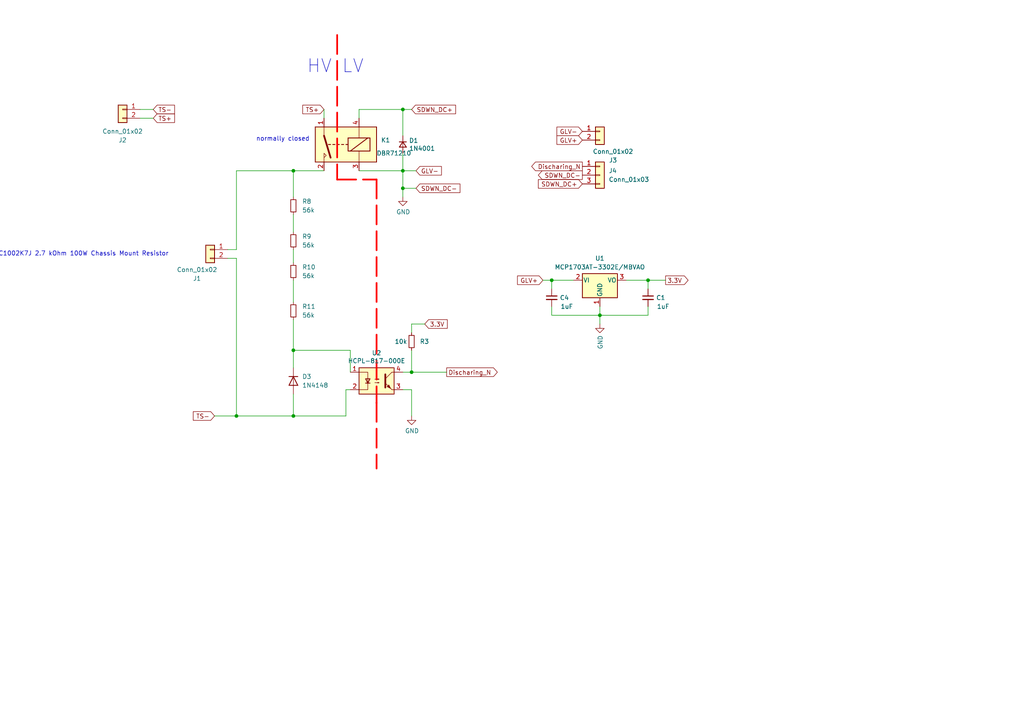
<source format=kicad_sch>
(kicad_sch (version 20250114) (generator "eeschema") (generator_version "9.0")
  (paper "A4")
  (title_block (title "Discharge Circuit") (date "2024-10-20") (rev "v08.1") (company "UCD Formula Student") (comment 1 "Authors: Nebojša Cvetković, Darren Garrett") (comment 2 "Ammended by: Kieran Mcilreavy") (comment 3 "Amended by: Rebecca McDonald"))
  (lib_symbols
    (symbol "Connector_Generic:Conn_01x02" (pin_names (offset 1.016) (hide yes))
      (property "Reference" "J" (at 0 2.54 0))
      (property "Value" "Conn_01x02" (at 0 -5.08 0))
      (symbol "Conn_01x02_1_1"
        (rectangle (start -1.27 1.27) (end 1.27 -3.81) (stroke (width 0.254)) (fill (type background)))
        (rectangle (start -1.27 0.127) (end 0 -0.127) (stroke (width 0.1524)))
        (rectangle (start -1.27 -2.413) (end 0 -2.667) (stroke (width 0.1524)))
        (pin passive line (at -5.08 0 0) (length 3.81) (name "Pin_1") (number "1"))
        (pin passive line (at -5.08 -2.54 0) (length 3.81) (name "Pin_2") (number "2"))
      )
    )
    (symbol "Connector_Generic:Conn_01x03" (pin_names (offset 1.016) (hide yes))
      (property "Reference" "J" (at 0 5.08 0))
      (property "Value" "Conn_01x03" (at 0 -5.08 0))
      (symbol "Conn_01x03_1_1"
        (rectangle (start -1.27 3.81) (end 1.27 -3.81) (stroke (width 0.254)) (fill (type background)))
        (rectangle (start -1.27 2.667) (end 0 2.413) (stroke (width 0.1524)))
        (rectangle (start -1.27 0.127) (end 0 -0.127) (stroke (width 0.1524)))
        (rectangle (start -1.27 -2.413) (end 0 -2.667) (stroke (width 0.1524)))
        (pin passive line (at -5.08 2.54 0) (length 3.81) (name "Pin_1") (number "1"))
        (pin passive line (at -5.08 0 0) (length 3.81) (name "Pin_2") (number "2"))
        (pin passive line (at -5.08 -2.54 0) (length 3.81) (name "Pin_3") (number "3"))
      )
    )
    (symbol "Device:D_Small" (pin_numbers (hide yes)) (pin_names (offset 0.254) (hide yes))
      (property "Reference" "D" (at -1.27 2.032 0))
      (property "Value" "D_Small" (at -3.81 -2.032 0))
      (symbol "D_Small_0_1"
        (polyline (pts (xy -0.762 0) (xy 0.762 0)))
        (polyline (pts (xy -0.762 -1.016) (xy -0.762 1.016)) (stroke (width 0.254)))
        (polyline (pts (xy 0.762 -1.016) (xy -0.762 0) (xy 0.762 1.016) (xy 0.762 -1.016)) (stroke (width 0.254)))
      )
      (symbol "D_Small_1_1"
        (pin passive line (at -2.54 0 0) (length 1.778) (name "K") (number "1"))
        (pin passive line (at 2.54 0 180) (length 1.778) (name "A") (number "2"))
      )
    )
    (symbol "Device:R_Small" (pin_numbers (hide yes)) (pin_names (offset 0.254) (hide yes))
      (property "Reference" "R" (at 0.762 0.508 0))
      (property "Value" "R_Small" (at 0.762 -1.016 0))
      (symbol "R_Small_0_1"
        (rectangle (start -0.762 1.778) (end 0.762 -1.778) (stroke (width 0.2032)))
      )
      (symbol "R_Small_1_1"
        (pin passive line (at 0 2.54 270) (length 0.762) (name "~") (number "1"))
        (pin passive line (at 0 -2.54 90) (length 0.762) (name "~") (number "2"))
      )
    )
    (symbol "Diode:1N4148" (pin_numbers (hide yes)) (pin_names (hide yes))
      (property "Reference" "D" (at 0 2.54 0))
      (property "Value" "1N4148" (at 0 -2.54 0))
      (symbol "1N4148_0_1"
        (polyline (pts (xy -1.27 1.27) (xy -1.27 -1.27)) (stroke (width 0.254)))
        (polyline (pts (xy 1.27 1.27) (xy 1.27 -1.27) (xy -1.27 0) (xy 1.27 1.27)) (stroke (width 0.254)))
        (polyline (pts (xy 1.27 0) (xy -1.27 0)))
      )
      (symbol "1N4148_1_1"
        (pin passive line (at -3.81 0 0) (length 2.54) (name "K") (number "1"))
        (pin passive line (at 3.81 0 180) (length 2.54) (name "A") (number "2"))
      )
    )
    (symbol "Isolator:LTV-817" (pin_names (offset 1.016))
      (property "Reference" "U" (at -5.08 5.08 0))
      (property "Value" "LTV-817" (at 0 5.08 0))
      (symbol "LTV-817_0_1"
        (rectangle (start -5.08 3.81) (end 5.08 -3.81) (stroke (width 0.254)) (fill (type background)))
        (polyline (pts (xy -5.08 2.54) (xy -2.54 2.54) (xy -2.54 -0.762)))
        (polyline (pts (xy -3.175 -0.635) (xy -1.905 -0.635)) (stroke (width 0.254)))
        (polyline (pts (xy -2.54 -0.635) (xy -2.54 -2.54) (xy -5.08 -2.54)))
        (polyline (pts (xy -2.54 -0.635) (xy -3.175 0.635) (xy -1.905 0.635) (xy -2.54 -0.635)) (stroke (width 0.254)))
        (polyline (pts (xy -0.508 0.508) (xy 0.762 0.508) (xy 0.381 0.381) (xy 0.381 0.635) (xy 0.762 0.508)))
        (polyline (pts (xy -0.508 -0.508) (xy 0.762 -0.508) (xy 0.381 -0.635) (xy 0.381 -0.381) (xy 0.762 -0.508)))
        (polyline (pts (xy 2.54 1.905) (xy 2.54 -1.905) (xy 2.54 -1.905)) (stroke (width 0.508)))
        (polyline (pts (xy 2.54 0.635) (xy 4.445 2.54)))
        (polyline (pts (xy 3.048 -1.651) (xy 3.556 -1.143) (xy 4.064 -2.159) (xy 3.048 -1.651) (xy 3.048 -1.651)) (fill (type outline)))
        (polyline (pts (xy 4.445 2.54) (xy 5.08 2.54)))
        (polyline (pts (xy 4.445 -2.54) (xy 2.54 -0.635)) (fill (type outline)))
        (polyline (pts (xy 4.445 -2.54) (xy 5.08 -2.54)))
      )
      (symbol "LTV-817_1_1"
        (pin passive line (at -7.62 2.54 0) (length 2.54) (name "~") (number "1"))
        (pin passive line (at -7.62 -2.54 0) (length 2.54) (name "~") (number "2"))
        (pin passive line (at 7.62 2.54 180) (length 2.54) (name "~") (number "4"))
        (pin passive line (at 7.62 -2.54 180) (length 2.54) (name "~") (number "3"))
      )
    )
    (symbol "Regulator_Linear:MCP1703Ax-300xxMB" (pin_names (offset 0.254))
      (property "Reference" "U" (at -3.81 3.175 0))
      (property "Value" "MCP1703Ax-300xxMB" (at 0 3.175 0))
      (symbol "MCP1703Ax-300xxMB_0_1"
        (rectangle (start -5.08 -5.08) (end 5.08 1.905) (stroke (width 0.254)) (fill (type background)))
      )
      (symbol "MCP1703Ax-300xxMB_1_1"
        (pin power_in line (at -7.62 0 0) (length 2.54) (name "VI") (number "2"))
        (pin power_in line (at 0 -7.62 90) (length 2.54) (name "GND") (number "1"))
        (pin power_out line (at 7.62 0 180) (length 2.54) (name "VO") (number "3"))
      )
    )
    (symbol "myparts:DBR71210"
      (property "Reference" "K" (at 8.89 3.81 0))
      (property "Value" "DBR71210" (at 8.89 1.27 0))
      (symbol "DBR71210_0_0"
        (polyline (pts (xy 5.08 5.08) (xy 5.08 2.54) (xy 4.445 3.175) (xy 5.08 3.81)))
      )
      (symbol "DBR71210_0_1"
        (rectangle (start -10.16 5.08) (end 7.62 -5.08) (stroke (width 0.254)) (fill (type background)))
        (rectangle (start -8.255 1.905) (end -1.905 -1.905) (stroke (width 0.254)))
        (polyline (pts (xy -7.62 -1.905) (xy -2.54 1.905)) (stroke (width 0.254)))
        (polyline (pts (xy -5.08 5.08) (xy -5.08 1.905)))
        (polyline (pts (xy -5.08 -5.08) (xy -5.08 -1.905)))
        (polyline (pts (xy -1.905 0) (xy -1.27 0)) (stroke (width 0.254)))
        (polyline (pts (xy -0.635 0) (xy 0 0)) (stroke (width 0.254)))
        (polyline (pts (xy 0.635 0) (xy 1.27 0)) (stroke (width 0.254)))
        (polyline (pts (xy 1.905 0) (xy 2.54 0)) (stroke (width 0.254)))
        (polyline (pts (xy 3.175 0) (xy 3.81 0)) (stroke (width 0.254)))
        (polyline (pts (xy 5.08 -2.54) (xy 3.175 3.81)) (stroke (width 0.508)))
        (polyline (pts (xy 5.08 -2.54) (xy 5.08 -5.08)))
      )
      (symbol "DBR71210_1_1"
        (pin passive line (at -5.08 7.62 270) (length 2.54) (name "~") (number "3"))
        (pin passive line (at -5.08 -7.62 90) (length 2.54) (name "~") (number "4"))
        (pin passive line (at 5.08 7.62 270) (length 2.54) (name "~") (number "2"))
        (pin passive line (at 5.08 -7.62 90) (length 2.54) (name "~") (number "1"))
      )
    )
    (symbol "power:GND" (power) (pin_names (offset 0))
      (property "Value" "GND" (at 0 -3.81 0))
      (symbol "GND_0_1"
        (polyline (pts (xy 0 0) (xy 0 -1.27) (xy 1.27 -1.27) (xy 0 -2.54) (xy -1.27 -1.27) (xy 0 -1.27)))
      )
      (symbol "GND_1_1"
        (pin power_in line (at 0 0 270) (length 0) (hide yes) (name "GND") (number "1"))
      )
    )
    (symbol "tsal-rescue:C_Small-Device" (pin_numbers (hide yes)) (pin_names (offset 0.254) (hide yes))
      (property "Reference" "C" (at 0.254 1.778 0))
      (property "Value" "C_Small-Device" (at 0.254 -2.032 0))
      (symbol "C_Small-Device_0_1"
        (polyline (pts (xy -1.524 0.508) (xy 1.524 0.508)) (stroke (width 0.3048)))
        (polyline (pts (xy -1.524 -0.508) (xy 1.524 -0.508)) (stroke (width 0.3302)))
      )
      (symbol "C_Small-Device_1_1"
        (pin passive line (at 0 2.54 270) (length 2.032) (name "~") (number "1"))
        (pin passive line (at 0 -2.54 90) (length 2.032) (name "~") (number "2"))
      )
    )
  )
  (text "normally closed" (at 82.042 40.386 0) (effects (font (size 1.27 1.27))))
  (text "TE HSC1002K7J 2.7 kOhm 100W Chassis Mount Resistor" (at -6.096 74.422 0) (effects (font (size 1.27 1.27)) (justify left bottom)))
  (text "HV LV" (at 97.282 19.304 0) (effects (font (size 3.81 3.81))))
  (junction (at 116.84 49.53))
  (junction (at 116.84 54.61))
  (junction (at 116.84 31.75))
  (junction (at 173.99 91.44))
  (junction (at 119.38 107.95))
  (junction (at 85.09 49.53))
  (junction (at 160.02 81.28))
  (junction (at 85.09 120.65))
  (junction (at 187.96 81.28))
  (junction (at 85.09 101.6))
  (junction (at 68.58 120.65))
  (wire (pts (xy 101.6 101.6) (xy 85.09 101.6)))
  (wire (pts (xy 104.14 31.75) (xy 104.14 34.29)))
  (wire (pts (xy 119.38 101.6) (xy 119.38 107.95)))
  (polyline (pts (xy 97.79 10.16) (xy 97.79 52.07)) (stroke (width 0.5) (type dash) (color 255 0 0 1)))
  (wire (pts (xy 101.6 107.95) (xy 101.6 101.6)))
  (wire (pts (xy 85.09 114.3) (xy 85.09 120.65)))
  (wire (pts (xy 119.38 107.95) (xy 116.84 107.95)))
  (wire (pts (xy 68.58 120.65) (xy 85.09 120.65)))
  (wire (pts (xy 85.09 72.39) (xy 85.09 76.2)))
  (wire (pts (xy 116.84 54.61) (xy 116.84 57.15)))
  (wire (pts (xy 40.64 31.75) (xy 44.45 31.75)))
  (wire (pts (xy 120.65 54.61) (xy 116.84 54.61)))
  (wire (pts (xy 93.98 31.75) (xy 93.98 34.29)))
  (wire (pts (xy 119.38 113.03) (xy 119.38 120.65)))
  (wire (pts (xy 187.96 91.44) (xy 173.99 91.44)))
  (wire (pts (xy 120.65 49.53) (xy 116.84 49.53)))
  (wire (pts (xy 116.84 49.53) (xy 104.14 49.53)))
  (wire (pts (xy 187.96 81.28) (xy 193.04 81.28)))
  (wire (pts (xy 187.96 81.28) (xy 181.61 81.28)))
  (wire (pts (xy 68.58 120.65) (xy 62.23 120.65)))
  (wire (pts (xy 119.38 93.98) (xy 123.19 93.98)))
  (wire (pts (xy 173.99 91.44) (xy 173.99 93.98)))
  (wire (pts (xy 85.09 92.71) (xy 85.09 101.6)))
  (wire (pts (xy 40.64 34.29) (xy 44.45 34.29)))
  (wire (pts (xy 116.84 49.53) (xy 116.84 54.61)))
  (wire (pts (xy 187.96 88.9) (xy 187.96 91.44)))
  (wire (pts (xy 116.84 31.75) (xy 119.38 31.75)))
  (wire (pts (xy 66.04 72.39) (xy 68.58 72.39)))
  (polyline (pts (xy 109.22 116.84) (xy 109.22 135.89)) (stroke (width 0.5) (type dash) (color 255 0 0 1)))
  (wire (pts (xy 160.02 91.44) (xy 173.99 91.44)))
  (wire (pts (xy 119.38 96.52) (xy 119.38 93.98)))
  (polyline (pts (xy 109.22 52.07) (xy 109.22 116.84)) (stroke (width 0.5) (type dash) (color 255 0 0 1)))
  (wire (pts (xy 160.02 88.9) (xy 160.02 91.44)))
  (wire (pts (xy 68.58 49.53) (xy 85.09 49.53)))
  (wire (pts (xy 68.58 74.93) (xy 68.58 120.65)))
  (wire (pts (xy 116.84 44.45) (xy 116.84 49.53)))
  (wire (pts (xy 104.14 31.75) (xy 116.84 31.75)))
  (wire (pts (xy 100.33 120.65) (xy 85.09 120.65)))
  (wire (pts (xy 66.04 74.93) (xy 68.58 74.93)))
  (wire (pts (xy 85.09 81.28) (xy 85.09 87.63)))
  (wire (pts (xy 187.96 83.82) (xy 187.96 81.28)))
  (wire (pts (xy 85.09 49.53) (xy 85.09 57.15)))
  (wire (pts (xy 116.84 113.03) (xy 119.38 113.03)))
  (wire (pts (xy 119.38 107.95) (xy 129.54 107.95)))
  (wire (pts (xy 160.02 81.28) (xy 166.37 81.28)))
  (polyline (pts (xy 97.79 52.07) (xy 109.22 52.07)) (stroke (width 0.5) (type dash) (color 255 0 0 1)))
  (polyline (pts (xy 109.22 116.84) (xy 109.22 116.84)) (stroke (width 0.5) (type dash) (color 255 0 0 1)))
  (wire (pts (xy 173.99 91.44) (xy 173.99 88.9)))
  (wire (pts (xy 157.48 81.28) (xy 160.02 81.28)))
  (wire (pts (xy 85.09 62.23) (xy 85.09 67.31)))
  (wire (pts (xy 85.09 49.53) (xy 93.98 49.53)))
  (wire (pts (xy 116.84 31.75) (xy 116.84 39.37)))
  (wire (pts (xy 68.58 49.53) (xy 68.58 72.39)))
  (wire (pts (xy 160.02 83.82) (xy 160.02 81.28)))
  (wire (pts (xy 100.33 113.03) (xy 101.6 113.03)))
  (wire (pts (xy 85.09 101.6) (xy 85.09 106.68)))
  (wire (pts (xy 100.33 113.03) (xy 100.33 120.65)))
  (global_label "GLV-" (shape input) (at 120.65 49.53 0) (property "Intersheetrefs" "${INTERSHEET_REFS}" (effects (hide yes))))
  (global_label "Discharing_N" (shape output) (at 129.54 107.95 0) (property "Intersheetrefs" "${INTERSHEET_REFS}" (effects (hide yes))))
  (global_label "3.3V" (shape input) (at 123.19 93.98 0) (property "Intersheetrefs" "${INTERSHEET_REFS}" (effects (hide yes))))
  (global_label "SDWN_DC-" (shape output) (at 168.91 50.8 180) (property "Intersheetrefs" "${INTERSHEET_REFS}" (effects (hide yes))))
  (global_label "Discharing_N" (shape output) (at 168.91 48.26 180) (property "Intersheetrefs" "${INTERSHEET_REFS}" (effects (hide yes))))
  (global_label "GLV-" (shape input) (at 168.91 38.1 180) (property "Intersheetrefs" "${INTERSHEET_REFS}" (effects (hide yes))))
  (global_label "SDWN_DC+" (shape input) (at 168.91 53.34 180) (property "Intersheetrefs" "${INTERSHEET_REFS}" (effects (hide yes))))
  (global_label "GLV+" (shape input) (at 168.91 40.64 180) (property "Intersheetrefs" "${INTERSHEET_REFS}" (effects (hide yes))))
  (global_label "SDWN_DC+" (shape input) (at 119.38 31.75 0) (property "Intersheetrefs" "${INTERSHEET_REFS}" (effects (hide yes))))
  (global_label "GLV+" (shape input) (at 157.48 81.28 180) (property "Intersheetrefs" "${INTERSHEET_REFS}" (effects (hide yes))))
  (global_label "SDWN_DC-" (shape input) (at 120.65 54.61 0) (property "Intersheetrefs" "${INTERSHEET_REFS}" (effects (hide yes))))
  (global_label "3.3V" (shape output) (at 193.04 81.28 0) (property "Intersheetrefs" "${INTERSHEET_REFS}" (effects (hide yes))))
  (global_label "TS+" (shape input) (at 44.45 34.29 0) (property "Intersheetrefs" "${INTERSHEET_REFS}" (effects (hide yes))))
  (global_label "TS-" (shape input) (at 62.23 120.65 180) (property "Intersheetrefs" "${INTERSHEET_REFS}" (effects (hide yes))))
  (global_label "TS-" (shape input) (at 44.45 31.75 0) (property "Intersheetrefs" "${INTERSHEET_REFS}" (effects (hide yes))))
  (global_label "TS+" (shape input) (at 93.98 31.75 180) (property "Intersheetrefs" "${INTERSHEET_REFS}" (effects (hide yes))))
  (symbol (lib_id "power:GND") (at 116.84 57.15 0) (unit 1)
    (property "Reference" "#PWR0106" (effects (hide yes)))
    (property "Value" "GND" (at 116.9543 61.4744 0))
  )
  (symbol (lib_id "Device:D_Small") (at 116.84 41.91 90) (mirror x) (unit 1)
    (property "Reference" "D1" (at 118.6181 40.7606 90) (effects (justify right)))
    (property "Value" "1N4001" (at 118.6181 43.0593 90) (effects (justify right)))
    (property "Footprint" "Diode_THT:D_DO-41_SOD81_P10.16mm_Horizontal" (effects (hide yes)))
    (property "Datasheet" "http://www.vishay.com/docs/88503/1n4001.pdf" (effects (hide yes)))
    (property "Part Number" "1N4001" (effects (hide yes)))
  )
  (symbol (lib_id "tsal-rescue:C_Small-Device") (at 187.96 86.36 0) (unit 1)
    (property "Reference" "C1" (at 190.2968 86.36 0) (effects (justify left)))
    (property "Value" "1uF" (at 190.5 88.9 0) (effects (justify left)))
    (property "Footprint" "FA14_Capacitor:FA18X7R1H104KNU00" (effects (hide yes)))
    (property "Datasheet" "http://www.farnell.com/datasheets/2923220.pdf" (effects (hide yes)))
    (property "Part Number" "FA18X7R1E105KRU00" (effects (hide yes)))
  )
  (symbol (lib_id "Device:R_Small") (at 85.09 69.85 0) (unit 1)
    (property "Reference" "R9" (at 87.63 68.5799 0) (effects (justify left)))
    (property "Value" "56k" (at 87.63 71.1199 0) (effects (justify left)))
    (property "Footprint" "Resistor_THT:R_Axial_DIN0207_L6.3mm_D2.5mm_P10.16mm_Horizontal" (effects (hide yes)))
    (property "Datasheet" "https://www.farnell.com/datasheets/3436052.pdf?_gl=1*1pxxutc*_gcl_au*OTY1ODIxNDc3LjE3MzU0MDg2OTk" (effects (hide yes)))
    (property "Part Number" "MCF 0.25W 56K" (effects (hide yes)))
  )
  (symbol (lib_id "Connector_Generic:Conn_01x02") (at 173.99 38.1 0) (unit 1)
    (property "Reference" "J3" (at 177.8 46.482 0))
    (property "Value" "Conn_01x02" (at 177.8 43.942 0))
    (property "Footprint" "Connector_JST:JST_XH_B2B-XH-A_1x02_P2.50mm_Vertical" (effects (hide yes)))
    (property "Datasheet" "https://www.phoenixcontact.com/en-us/products/printed-circuit-board-terminal-mkdsn-15-2-508-1729128?type=pdf" (effects (hide yes)))
    (property "Description" "Generic connector, single row, 01x02, script generated (kicad-library-utils/schlib/autogen/connector/)" (effects (hide yes)))
    (property "Part Number" "B2B-XH-A" (effects (hide yes)))
  )
  (symbol (lib_id "tsal-rescue:C_Small-Device") (at 160.02 86.36 0) (unit 1)
    (property "Reference" "C4" (at 162.3568 86.36 0) (effects (justify left)))
    (property "Value" "1uF" (at 162.56 88.9 0) (effects (justify left)))
    (property "Footprint" "FA14_Capacitor:FA18X7R1H104KNU00" (effects (hide yes)))
    (property "Datasheet" "http://www.farnell.com/datasheets/2923220.pdf" (effects (hide yes)))
    (property "Part Number" "FA18X7R1E105KRU00" (effects (hide yes)))
  )
  (symbol (lib_id "Isolator:LTV-817") (at 109.22 110.49 0) (unit 1)
    (property "Reference" "U2" (at 109.22 102.3682 0))
    (property "Value" "HCPL-817-000E" (at 109.22 104.6669 0))
    (property "Footprint" "Package_DIP:DIP-4_W7.62mm" (effects (hide yes)))
    (property "Datasheet" "https://www.mouser.ie/datasheet/2/678/AV02_0265EN_2021_04_26-2935641.pdf" (effects (hide yes)))
    (property "Part Number" "HCPL-817-000E" (effects (hide yes)))
  )
  (symbol (lib_id "myparts:DBR71210") (at 99.06 41.91 180) (unit 1)
    (property "Reference" "K1" (at 110.49 40.6399 0) (effects (justify right)))
    (property "Value" "DBR71210" (at 109.22 44.45 0) (effects (justify right)))
    (property "Footprint" "DBR71210:DBR71210" (effects (hide yes)))
    (property "Datasheet" "https://www.mouser.ie/datasheet/2/657/cynergy3_d_pcb_v2-1892244.pdf" (effects (hide yes)))
    (property "Part Number" "DBR71210" (effects (hide yes)))
  )
  (symbol (lib_id "Device:R_Small") (at 85.09 59.69 0) (unit 1)
    (property "Reference" "R8" (at 87.63 58.4199 0) (effects (justify left)))
    (property "Value" "56k" (at 87.63 60.9599 0) (effects (justify left)))
    (property "Footprint" "Resistor_THT:R_Axial_DIN0207_L6.3mm_D2.5mm_P10.16mm_Horizontal" (effects (hide yes)))
    (property "Datasheet" "https://www.farnell.com/datasheets/3436052.pdf?_gl=1*1pxxutc*_gcl_au*OTY1ODIxNDc3LjE3MzU0MDg2OTk" (effects (hide yes)))
    (property "Part Number" "MCF 0.25W 56K" (effects (hide yes)))
  )
  (symbol (lib_id "Device:R_Small") (at 85.09 78.74 0) (unit 1)
    (property "Reference" "R10" (at 87.63 77.4699 0) (effects (justify left)))
    (property "Value" "56k" (at 87.63 80.0099 0) (effects (justify left)))
    (property "Footprint" "Resistor_THT:R_Axial_DIN0207_L6.3mm_D2.5mm_P10.16mm_Horizontal" (effects (hide yes)))
    (property "Datasheet" "https://www.farnell.com/datasheets/3436052.pdf?_gl=1*1pxxutc*_gcl_au*OTY1ODIxNDc3LjE3MzU0MDg2OTk" (effects (hide yes)))
    (property "Part Number" "MCF 0.25W 56K" (effects (hide yes)))
  )
  (symbol (lib_id "Connector_Generic:Conn_01x02") (at 35.56 31.75 0) (mirror y) (unit 1)
    (property "Reference" "J2" (at 35.56 40.64 0))
    (property "Value" "Conn_01x02" (at 35.56 38.1 0))
    (property "Footprint" "Phoenix 1x2 Connector:Phoenix_1x2_1729128" (effects (hide yes)))
    (property "Datasheet" "https://www.phoenixcontact.com/en-us/products/printed-circuit-board-terminal-mkdsn-15-2-508-1729128?type=pdf" (effects (hide yes)))
    (property "Description" "Generic connector, single row, 01x02, script generated (kicad-library-utils/schlib/autogen/connector/)" (effects (hide yes)))
    (property "Part Number" "1729128" (effects (hide yes)))
  )
  (symbol (lib_id "power:GND") (at 173.99 93.98 0) (unit 1)
    (property "Reference" "#PWR010" (effects (hide yes)))
    (property "Value" "GND" (at 174.117 97.2312 90) (effects (justify right)))
  )
  (symbol (lib_id "Device:R_Small") (at 85.09 90.17 0) (unit 1)
    (property "Reference" "R11" (at 87.63 88.8999 0) (effects (justify left)))
    (property "Value" "56k" (at 87.63 91.4399 0) (effects (justify left)))
    (property "Footprint" "Resistor_THT:R_Axial_DIN0207_L6.3mm_D2.5mm_P10.16mm_Horizontal" (effects (hide yes)))
    (property "Datasheet" "https://www.farnell.com/datasheets/3436052.pdf?_gl=1*1pxxutc*_gcl_au*OTY1ODIxNDc3LjE3MzU0MDg2OTk" (effects (hide yes)))
    (property "Part Number" "MCF 0.25W 56K" (effects (hide yes)))
  )
  (symbol (lib_id "Regulator_Linear:MCP1703Ax-300xxMB") (at 173.99 81.28 0) (unit 1)
    (property "Reference" "U1" (at 173.99 74.93 0))
    (property "Value" "MCP1703AT-3302E/MBVAO" (at 173.99 77.47 0))
    (property "Footprint" "Package_TO_SOT_SMD:SOT-89-3" (effects (hide yes)))
    (property "Datasheet" "http://ww1.microchip.com/downloads/en/DeviceDoc/20005122B.pdf" (effects (hide yes)))
    (property "Description" "Low Quiescent Current LDO Regulator, 3.0V, 250mA, Vin<=16V, SOT-89" (effects (hide yes)))
    (property "Part Number" "MCP1703AT-3302E/MBVAO" (effects (hide yes)))
  )
  (symbol (lib_id "Device:R_Small") (at 119.38 99.06 180) (unit 1)
    (property "Reference" "R3" (at 124.46 99.06 0) (effects (justify left)))
    (property "Value" "10k" (at 118.11 99.0601 0) (effects (justify left)))
    (property "Footprint" "Resistor_THT:R_Axial_DIN0207_L6.3mm_D2.5mm_P10.16mm_Horizontal" (effects (hide yes)))
    (property "Datasheet" "https://www.farnell.com/datasheets/3436052.pdf?_gl=1*1pxxutc*_gcl_au*OTY1ODIxNDc3LjE3MzU0MDg2OTk" (effects (hide yes)))
    (property "Part Number" "MCF 0.25W 10K" (effects (hide yes)))
  )
  (symbol (lib_id "Diode:1N4148") (at 85.09 110.49 270) (unit 1)
    (property "Reference" "D3" (at 87.63 109.2199 90) (effects (justify left)))
    (property "Value" "1N4148" (at 87.63 111.7599 90) (effects (justify left)))
    (property "Footprint" "Diode_THT:D_DO-35_SOD27_P7.62mm_Horizontal" (effects (hide yes)))
    (property "Datasheet" "https://www.mouser.ie/datasheet/3/101/1/1N914-D.PDF" (effects (hide yes)))
    (property "Description" "100V 0.15A standard switching diode, DO-35" (effects (hide yes)))
    (property "Sim.Device" "D" (effects (hide yes)))
    (property "Sim.Pins" "1=K 2=A" (effects (hide yes)))
    (property "Part Number" "1N4148" (effects (hide yes)))
  )
  (symbol (lib_id "power:GND") (at 119.38 120.65 0) (unit 1)
    (property "Reference" "#PWR01" (effects (hide yes)))
    (property "Value" "GND" (at 119.4943 124.9744 0))
  )
  (symbol (lib_id "Connector_Generic:Conn_01x02") (at 60.96 72.39 0) (mirror y) (unit 1)
    (property "Reference" "J1" (at 57.15 80.772 0))
    (property "Value" "Conn_01x02" (at 57.15 78.232 0))
    (property "Footprint" "Phoenix 1x2 Connector:Phoenix_1x2_1729128" (effects (hide yes)))
    (property "Datasheet" "https://www.phoenixcontact.com/en-us/products/printed-circuit-board-terminal-mkdsn-15-2-508-1729128?type=pdf" (effects (hide yes)))
    (property "Description" "Generic connector, single row, 01x02, script generated (kicad-library-utils/schlib/autogen/connector/)" (effects (hide yes)))
    (property "Part Number" "1729128" (effects (hide yes)))
  )
  (symbol (lib_id "Connector_Generic:Conn_01x03") (at 173.99 50.8 0) (unit 1)
    (property "Reference" "J4" (at 176.53 49.5299 0) (effects (justify left)))
    (property "Value" "Conn_01x03" (at 176.53 52.0699 0) (effects (justify left)))
    (property "Footprint" "Connector_JST:JST_XH_B3B-XH-A_1x03_P2.50mm_Vertical" (effects (hide yes)))
    (property "Datasheet" "https://www.jst-mfg.com/product/pdf/eng/eXH.pdf" (effects (hide yes)))
    (property "Description" "Generic connector, single row, 01x03, script generated (kicad-library-utils/schlib/autogen/connector/)" (effects (hide yes)))
    (property "Part Number" "B3B-XH-A" (effects (hide yes)))
  )
)
</source>
